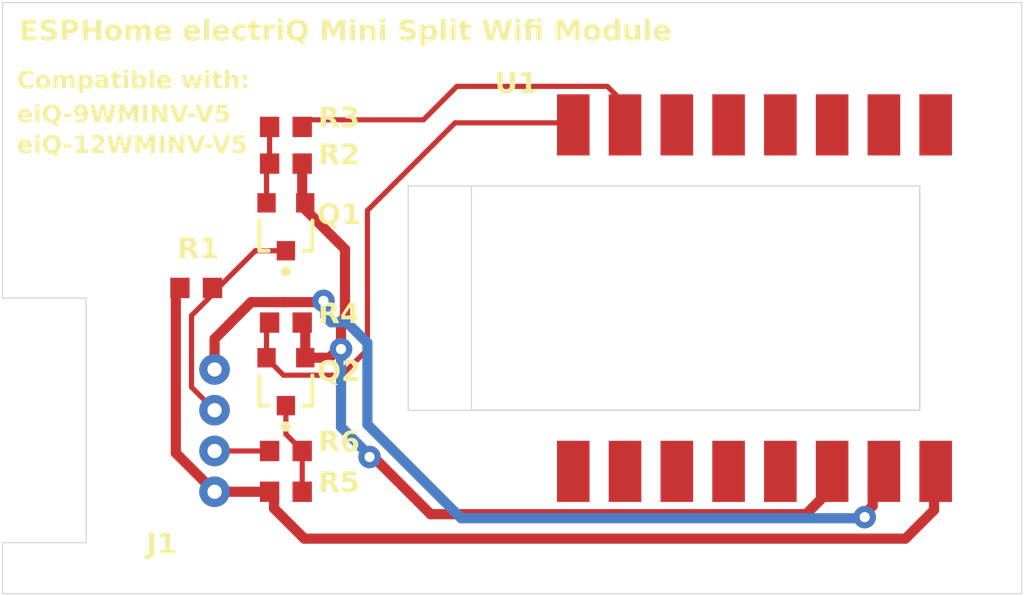
<source format=kicad_pcb>
(kicad_pcb (version 20241229) (generator "pcbnew") (generator_version "9.0")
  (layers (0 "F.Cu" signal "Top Layer") (2 "B.Cu" signal "Bottom Layer") (13 "F.Paste" user "Top Paste") (15 "B.Paste" user "Bottom Paste") (5 "F.SilkS" user "Top Overlay") (7 "B.SilkS" user "Bottom Overlay") (1 "F.Mask" user "Top Solder") (3 "B.Mask" user "Bottom Solder") (25 "Edge.Cuts" user))
  (net 0 "")
  (net 1 "RXD_3V3")
  (net 2 "TXD_3V3")
  (net 3 "NetQ2_1")
  (net 4 "NetQ1_2")
  (net 5 "TXD")
  (net 6 "RXD")
  (net 7 "VCC")
  (net 8 "GND")
  (net 9 "+5")
  (footprint "Espressif ESP32 Modules:ESP32-C3 SuperMini" (layer "F.Cu") (at 159.5011 105.0036 -90)
    (property "Reference" "U1" (at -10.48661 10.798615 0) (layer "F.SilkS") (effects (font (thickness 0.254) (bold yes))))
    (property "Value" "ESP32-C3 SuperMini" (hide yes))
    (pad "1" smd rect (at -8.5 -9.78 270) (size 3 1.6) (layers "F.Cu" "F.Mask" "F.Paste"))
    (pad "2" smd rect (at -8.5 -7.24 270) (size 3 1.6) (layers "F.Cu" "F.Mask" "F.Paste"))
    (pad "3" smd rect (at -8.5 -4.7 270) (size 3 1.6) (layers "F.Cu" "F.Mask" "F.Paste"))
    (pad "4" smd rect (at -8.5 -2.16 270) (size 3 1.6) (layers "F.Cu" "F.Mask" "F.Paste"))
    (pad "5" smd rect (at -8.5 0.38 270) (size 3 1.6) (layers "F.Cu" "F.Mask" "F.Paste"))
    (pad "6" smd rect (at -8.5 2.92 270) (size 3 1.6) (layers "F.Cu" "F.Mask" "F.Paste"))
    (pad "7" smd rect (at -8.5 5.46 270) (size 3 1.6) (layers "F.Cu" "F.Mask" "F.Paste") (net 1 "RXD_3V3"))
    (pad "8" smd rect (at -8.5 8 270) (size 3 1.6) (layers "F.Cu" "F.Mask" "F.Paste") (net 2 "TXD_3V3"))
    (pad "9" smd rect (at 8.5 8 270) (size 3 1.6) (layers "F.Cu" "F.Mask" "F.Paste"))
    (pad "10" smd rect (at 8.5 5.46 270) (size 3 1.6) (layers "F.Cu" "F.Mask" "F.Paste"))
    (pad "11" smd rect (at 8.5 2.92 270) (size 3 1.6) (layers "F.Cu" "F.Mask" "F.Paste"))
    (pad "12" smd rect (at 8.5 0.38 270) (size 3 1.6) (layers "F.Cu" "F.Mask" "F.Paste"))
    (pad "13" smd rect (at 8.5 -2.16 270) (size 3 1.6) (layers "F.Cu" "F.Mask" "F.Paste"))
    (pad "14" smd rect (at 8.5 -4.7 270) (size 3 1.6) (layers "F.Cu" "F.Mask" "F.Paste") (net 7 "VCC"))
    (pad "15" smd rect (at 8.5 -7.24 270) (size 3 1.6) (layers "F.Cu" "F.Mask" "F.Paste") (net 8 "GND"))
    (pad "16" smd rect (at 8.5 -9.78 270) (size 3 1.6) (layers "F.Cu" "F.Mask" "F.Paste") (net 9 "+5"))
  )
  (footprint "Panasonic Resistor:ERA-0603" (layer "F.Cu") (at 133.0011 104.5036 180)
    (property "Reference" "R1" (at -0.101385 1.8776 0) (layer "F.SilkS") (effects (font (thickness 0.254) (bold yes))))
    (property "Value" "10k" (hide yes))
    (pad "1" smd rect (at -0.8 0 270) (size 1 0.95) (layers "F.Cu" "F.Mask" "F.Paste") (net 6 "RXD"))
    (pad "2" smd rect (at 0.8 0 270) (size 1 0.95) (layers "F.Cu" "F.Mask" "F.Paste") (net 9 "+5"))
  )
  (footprint "Panasonic Resistor:ERA-0603" (layer "F.Cu") (at 137.4011 114.5036 180)
    (property "Reference" "R5" (at -2.60139 0.3984 0) (layer "F.SilkS") (effects (font (thickness 0.254) (bold yes))))
    (property "Value" "10k" (hide yes))
    (pad "1" smd rect (at -0.8 0 270) (size 1 0.95) (layers "F.Cu" "F.Mask" "F.Paste") (net 3 "NetQ2_1"))
    (pad "2" smd rect (at 0.8 0 270) (size 1 0.95) (layers "F.Cu" "F.Mask" "F.Paste") (net 9 "+5"))
  )
  (footprint "Panasonic Resistor:ERA-0603" (layer "F.Cu") (at 137.4011 98.4036)
    (property "Reference" "R2" (at 2.60139 -0.38037 0) (layer "F.SilkS") (effects (font (thickness 0.254) (bold yes))))
    (property "Value" "10k" (hide yes))
    (pad "1" smd rect (at -0.8 0 90) (size 1 0.95) (layers "F.Cu" "F.Mask" "F.Paste") (net 4 "NetQ1_2"))
    (pad "2" smd rect (at 0.8 0 90) (size 1 0.95) (layers "F.Cu" "F.Mask" "F.Paste") (net 7 "VCC"))
  )
  (footprint "Panasonic Resistor:ERA-0603" (layer "F.Cu") (at 137.4011 96.6036)
    (property "Reference" "R3" (at 2.60139 -0.38939 0) (layer "F.SilkS") (effects (font (thickness 0.254) (bold yes))))
    (property "Value" "100R" (hide yes))
    (pad "1" smd rect (at -0.8 0 90) (size 1 0.95) (layers "F.Cu" "F.Mask" "F.Paste") (net 4 "NetQ1_2"))
    (pad "2" smd rect (at 0.8 0 90) (size 1 0.95) (layers "F.Cu" "F.Mask" "F.Paste") (net 1 "RXD_3V3"))
  )
  (footprint "Zetex Discrete MOSFET:SOT23" (layer "F.Cu") (at 137.4011 109.1036 180)
    (property "Reference" "Q2" (at -2.6 0.4511 0) (layer "F.SilkS") (effects (font (thickness 0.254) (bold yes))))
    (property "Value" "BSS138" (hide yes))
    (fp_line (start 1.29999 -1.175) (end 1.29999 0.3) (stroke (width 0.2)) (layer "F.SilkS"))
    (fp_line (start 1.29999 -1.175) (end 0.85 -1.175) (stroke (width 0.2)) (layer "F.SilkS"))
    (fp_line (start -0.85001 -1.175) (end -1.30001 -1.175) (stroke (width 0.2)) (layer "F.SilkS"))
    (fp_line (start -1.30001 -1.175) (end -1.30001 0.3) (stroke (width 0.2)) (layer "F.SilkS"))
    (fp_circle (center -0.00001 -2.2) (end -0.00001 -2.075) (stroke (width 0.25)) (fill no) (layer "F.SilkS"))
    (pad "1" smd rect (at -0.00001 -1.175 180) (size 0.9 0.95) (layers "F.Cu" "F.Mask" "F.Paste") (net 3 "NetQ2_1"))
    (pad "2" smd rect (at 0.95001 1.17501 180) (size 0.9 0.95001) (layers "F.Cu" "F.Mask" "F.Paste") (net 2 "TXD_3V3"))
    (pad "3" smd rect (at -0.95001 1.175 180) (size 0.9 0.95) (layers "F.Cu" "F.Mask" "F.Paste") (net 7 "VCC"))
  )
  (footprint "JST Wire to Board Connectors:s4b-ph-k-s" (layer "F.Cu") (at 133.9011 111.5036 -90)
    (property "Reference" "J1" (at 5.61338 2.6 0) (layer "F.SilkS") (effects (font (thickness 0.254) (bold yes))))
    (property "Value" "S4B-PH-K-S" (hide yes))
    (pad "1" thru_hole circle (at -3 0 270) (size 1.5 1.5) (drill 0.7) (layers "*.Cu" "*.Mask") (net 8 "GND"))
    (pad "2" thru_hole circle (at -1 0 270) (size 1.5 1.5) (drill 0.7) (layers "*.Cu" "*.Mask") (net 6 "RXD"))
    (pad "3" thru_hole circle (at 1 0 270) (size 1.5 1.5) (drill 0.7) (layers "*.Cu" "*.Mask") (net 5 "TXD"))
    (pad "4" thru_hole circle (at 3 0 270) (size 1.5 1.5) (drill 0.7) (layers "*.Cu" "*.Mask") (net 9 "+5"))
  )
  (footprint "Zetex Discrete MOSFET:SOT23" (layer "F.Cu") (at 137.4011 101.5036 180)
    (property "Reference" "Q1" (at -2.599995 0.54833 0) (layer "F.SilkS") (effects (font (thickness 0.254) (bold yes))))
    (property "Value" "BSS138" (hide yes))
    (fp_line (start 1.29999 -1.175) (end 1.29999 0.3) (stroke (width 0.2)) (layer "F.SilkS"))
    (fp_line (start 1.29999 -1.175) (end 0.85 -1.175) (stroke (width 0.2)) (layer "F.SilkS"))
    (fp_line (start -0.85001 -1.175) (end -1.30001 -1.175) (stroke (width 0.2)) (layer "F.SilkS"))
    (fp_line (start -1.30001 -1.175) (end -1.30001 0.3) (stroke (width 0.2)) (layer "F.SilkS"))
    (fp_circle (center -0.00001 -2.2) (end -0.00001 -2.075) (stroke (width 0.25)) (fill no) (layer "F.SilkS"))
    (pad "1" smd rect (at -0.00001 -1.175 180) (size 0.9 0.95) (layers "F.Cu" "F.Mask" "F.Paste") (net 6 "RXD"))
    (pad "2" smd rect (at 0.95001 1.175 180) (size 0.9 0.95001) (layers "F.Cu" "F.Mask" "F.Paste") (net 4 "NetQ1_2"))
    (pad "3" smd rect (at -0.95001 1.175 180) (size 0.9 0.95) (layers "F.Cu" "F.Mask" "F.Paste") (net 7 "VCC"))
  )
  (footprint "Panasonic Resistor:ERA-0603" (layer "F.Cu") (at 137.4011 106.2036)
    (property "Reference" "R4" (at 2.601385 -0.38939 0) (layer "F.SilkS") (effects (font (thickness 0.254) (bold yes))))
    (property "Value" "10k" (hide yes))
    (pad "1" smd rect (at -0.8 0 90) (size 1 0.95) (layers "F.Cu" "F.Mask" "F.Paste") (net 2 "TXD_3V3"))
    (pad "2" smd rect (at 0.8 0 90) (size 1 0.95) (layers "F.Cu" "F.Mask" "F.Paste") (net 7 "VCC"))
  )
  (footprint "Panasonic Resistor:ERA-0603" (layer "F.Cu") (at 137.4011 112.5036)
    (property "Reference" "R6" (at 2.60139 -0.38939 0) (layer "F.SilkS") (effects (font (thickness 0.254) (bold yes))))
    (property "Value" "100R" (hide yes))
    (pad "1" smd rect (at -0.8 0 90) (size 1 0.95) (layers "F.Cu" "F.Mask" "F.Paste") (net 5 "TXD"))
    (pad "2" smd rect (at 0.8 0 90) (size 1 0.95) (layers "F.Cu" "F.Mask" "F.Paste") (net 3 "NetQ2_1"))
  )
  (gr_line (start 168.5011 110.5036) (end 146.5011 110.5036) (stroke (width 0.05)) (layer "Edge.Cuts"))
  (gr_line (start 146.5011 110.5036) (end 146.5011 99.5036) (stroke (width 0.05)) (layer "Edge.Cuts"))
  (gr_line (start 146.5011 99.5036) (end 168.5011 99.5036) (stroke (width 0.05)) (layer "Edge.Cuts"))
  (gr_line (start 168.5011 110.5036) (end 143.4011 110.5036) (stroke (width 0.05)) (layer "Edge.Cuts"))
  (gr_line (start 127.6011 105.0036) (end 123.5011 105.0036) (stroke (width 0.05)) (layer "Edge.Cuts"))
  (gr_line (start 168.5011 99.5036) (end 168.5011 110.5036) (stroke (width 0.05)) (layer "Edge.Cuts"))
  (gr_line (start 173.5011 90.5036) (end 173.5011 119.5036) (stroke (width 0.05)) (layer "Edge.Cuts"))
  (gr_line (start 127.6011 117.0036) (end 127.6011 105.0036) (stroke (width 0.05)) (layer "Edge.Cuts"))
  (gr_line (start 173.5011 119.5036) (end 123.5011 119.5036) (stroke (width 0.05)) (layer "Edge.Cuts"))
  (gr_line (start 123.5011 117.0036) (end 127.6011 117.0036) (stroke (width 0.05)) (layer "Edge.Cuts"))
  (gr_line (start 143.4011 110.5036) (end 143.4011 99.5036) (stroke (width 0.05)) (layer "Edge.Cuts"))
  (gr_line (start 123.5011 105.0036) (end 123.5011 90.5036) (stroke (width 0.05)) (layer "Edge.Cuts"))
  (gr_line (start 123.5011 119.5036) (end 123.5011 117.0036) (stroke (width 0.05)) (layer "Edge.Cuts"))
  (gr_line (start 123.5011 90.5036) (end 173.5011 90.5036) (stroke (width 0.05)) (layer "Edge.Cuts"))
  (gr_line (start 168.5011 99.5036) (end 168.5011 110.5036) (stroke (width 0.05)) (layer "Edge.Cuts"))
  (gr_line (start 143.4011 99.5036) (end 168.5011 99.5036) (stroke (width 0.05)) (layer "Edge.Cuts"))
  (gr_text "ESPHome electriQ Mini Split Wifi Module" (at 124.30249 92.52828 0) (layer "F.SilkS") (effects (font (size 1 1) (thickness 0.254) (bold yes)) (justify left bottom)))
  (gr_text "Compatible with:" (at 124.2011 94.85464 0) (layer "F.SilkS") (effects (font (size 0.85 0.85) (thickness 0.254) (bold yes)) (justify left bottom)))
  (gr_text "eiQ-9WMINV-V5" (at 124.2011 96.52789 0) (layer "F.SilkS") (effects (font (size 0.85 0.85) (thickness 0.254) (bold yes)) (justify left bottom)))
  (gr_text "eiQ-12WMINV-V5" (at 124.2011 98.02789 0) (layer "F.SilkS") (effects (font (size 0.85 0.85) (thickness 0.254) (bold yes)) (justify left bottom)))
  (segment (start 137.9011 96.6036) (end 137.9011 96.60338) (width 0.254) (layer "F.Cu") (net 1))
  (segment (start 145.79172 94.61298) (end 153.17048 94.61298) (width 0.254) (layer "F.Cu") (net 1))
  (segment (start 137.9011 96.60338) (end 138.2491 96.25538) (width 0.254) (layer "F.Cu") (net 1))
  (segment (start 153.17048 94.61298) (end 154.2611 95.7036) (width 0.254) (layer "F.Cu") (net 1))
  (segment (start 138.2491 96.25538) (end 144.14932 96.25538) (width 0.254) (layer "F.Cu") (net 1))
  (segment (start 144.14932 96.25538) (end 145.79172 94.61298) (width 0.254) (layer "F.Cu") (net 1))
  (segment (start 154.2611 96.4036) (end 154.2611 95.7036) (width 0.254) (layer "F.Cu") (net 1))
  (segment (start 141.4011 107.5257) (end 141.4011 100.7036) (width 0.254) (layer "F.Cu") (net 2))
  (segment (start 137.2821 108.7846) (end 140.1422 108.7846) (width 0.254) (layer "F.Cu") (net 2))
  (segment (start 140.1422 108.7846) (end 141.4011 107.5257) (width 0.254) (layer "F.Cu") (net 2))
  (segment (start 136.45109 107.9536) (end 137.2821 108.7846) (width 0.254) (layer "F.Cu") (net 2))
  (segment (start 136.45109 107.9536) (end 136.45109 107.92859) (width 0.254) (layer "F.Cu") (net 2))
  (segment (start 145.7011 96.4036) (end 151.7211 96.4036) (width 0.254) (layer "F.Cu") (net 2))
  (segment (start 136.45109 107.92859) (end 136.45109 106.3536) (width 0.254) (layer "F.Cu") (net 2))
  (segment (start 141.4011 100.7036) (end 145.7011 96.4036) (width 0.254) (layer "F.Cu") (net 2))
  (segment (start 138.2011 114.5036) (end 138.2011 112.5036) (width 0.254) (layer "F.Cu") (net 3))
  (segment (start 137.40111 111.6786) (end 137.40111 110.2786) (width 0.254) (layer "F.Cu") (net 3))
  (segment (start 138.2011 112.5036) (end 138.2011 112.4786) (width 0.254) (layer "F.Cu") (net 3))
  (segment (start 137.40111 111.6786) (end 138.2011 112.4786) (width 0.254) (layer "F.Cu") (net 3))
  (segment (start 136.45109 98.5536) (end 136.6011 98.4036) (width 0.254) (layer "F.Cu") (net 4))
  (segment (start 136.45109 100.3286) (end 136.45109 98.5536) (width 0.254) (layer "F.Cu") (net 4))
  (segment (start 136.6011 98.4036) (end 136.6011 96.6036) (width 0.254) (layer "F.Cu") (net 4))
  (segment (start 133.9011 112.5036) (end 136.6011 112.5036) (width 0.254) (layer "F.Cu") (net 5))
  (segment (start 136.6011 112.5036) (end 136.6011 112.5036) (width 0.254) (layer "F.Cu") (net 5))
  (segment (start 132.7701 105.8596) (end 133.8011 104.8286) (width 0.254) (layer "F.Cu") (net 6))
  (segment (start 135.90109 102.6786) (end 137.10111 102.6786) (width 0.254) (layer "F.Cu") (net 6))
  (segment (start 133.8011 104.8286) (end 133.8011 104.7786) (width 0.254) (layer "F.Cu") (net 6))
  (segment (start 132.7701 109.3726) (end 132.7701 105.8596) (width 0.254) (layer "F.Cu") (net 6))
  (segment (start 133.8011 104.7786) (end 135.90109 102.6786) (width 0.254) (layer "F.Cu") (net 6))
  (segment (start 133.8011 104.8036) (end 133.8011 104.7786) (width 0.254) (layer "F.Cu") (net 6))
  (segment (start 132.7701 109.3726) (end 133.9011 110.5036) (width 0.254) (layer "F.Cu") (net 6))
  (segment (start 139.53575 107.9286) (end 139.96 107.50436) (width 0.5) (layer "F.Cu") (net 7))
  (segment (start 164.4211 114.1036) (end 164.4211 113.4036) (width 0.5) (layer "F.Cu") (net 7))
  (segment (start 138.2011 100.1786) (end 138.35111 100.3286) (width 0.5) (layer "F.Cu") (net 7))
  (segment (start 138.35111 107.9286) (end 139.53575 107.9286) (width 0.5) (layer "F.Cu") (net 7))
  (segment (start 140.10581 107.50436) (end 140.10581 106.14964) (width 0.5) (layer "F.Cu") (net 7))
  (segment (start 144.5011 115.6036) (end 162.9211 115.6036) (width 0.5) (layer "F.Cu") (net 7))
  (segment (start 140.10581 106.14964) (end 140.3011 105.95435) (width 0.5) (layer "F.Cu") (net 7))
  (segment (start 141.69639 112.79889) (end 144.5011 115.6036) (width 0.5) (layer "F.Cu") (net 7))
  (segment (start 138.2011 100.1786) (end 138.2011 98.4036) (width 0.5) (layer "F.Cu") (net 7))
  (segment (start 162.9211 115.6036) (end 164.4211 114.1036) (width 0.5) (layer "F.Cu") (net 7))
  (segment (start 138.18861 100.4911) (end 140.3011 102.6036) (width 0.5) (layer "F.Cu") (net 7))
  (segment (start 140.3011 105.95435) (end 140.3011 102.6036) (width 0.5) (layer "F.Cu") (net 7))
  (segment (start 138.35111 107.9286) (end 138.35111 106.3536) (width 0.5) (layer "F.Cu") (net 7))
  (segment (start 139.96 107.50436) (end 140.10581 107.50436) (width 0.5) (layer "F.Cu") (net 7))
  (segment (start 141.50581 112.79889) (end 141.69639 112.79889) (width 0.254) (layer "F.Cu") (net 7))
  (via (at 141.50581 112.79889) (size 1.1) (drill 0.5) (layers "F.Cu" "B.Cu") (net 7))
  (via (at 140.10581 107.50436) (size 1.1) (drill 0.5) (layers "F.Cu" "B.Cu") (net 7))
  (segment (start 141.50581 112.79889) (end 141.50581 112.72494) (width 0.254) (layer "B.Cu") (net 7))
  (segment (start 140.10581 111.32494) (end 141.50581 112.72494) (width 0.5) (layer "B.Cu") (net 7))
  (segment (start 140.10581 111.32494) (end 140.10581 107.50436) (width 0.5) (layer "B.Cu") (net 7))
  (segment (start 133.9011 107.0036) (end 134.6011 106.3036) (width 0.5) (layer "F.Cu") (net 8))
  (segment (start 165.8011 115.58724) (end 166.1911 115.19724) (width 0.5) (layer "F.Cu") (net 8))
  (segment (start 166.1911 114.1736) (end 166.8011 113.5636) (width 0.5) (layer "F.Cu") (net 8))
  (segment (start 166.1911 115.19724) (end 166.1911 114.1736) (width 0.5) (layer "F.Cu") (net 8))
  (segment (start 137.28487 105.1996) (end 139.18507 105.1996) (width 0.5) (layer "F.Cu") (net 8))
  (segment (start 134.6011 106.3036) (end 134.6011 106.29649) (width 0.5) (layer "F.Cu") (net 8))
  (segment (start 133.9011 108.5036) (end 133.9011 107.0036) (width 0.5) (layer "F.Cu") (net 8))
  (segment (start 139.18507 105.1996) (end 139.2471 105.13757) (width 0.5) (layer "F.Cu") (net 8))
  (segment (start 137.28486 105.19959) (end 137.28487 105.1996) (width 0.5) (layer "F.Cu") (net 8))
  (segment (start 135.698 105.19959) (end 137.28486 105.19959) (width 0.5) (layer "F.Cu") (net 8))
  (segment (start 165.8011 115.7496) (end 165.8011 115.58724) (width 0.5) (layer "F.Cu") (net 8))
  (segment (start 134.6011 106.29649) (end 135.698 105.19959) (width 0.5) (layer "F.Cu") (net 8))
  (via (at 139.2471 105.13757) (size 1.1) (drill 0.5) (layers "F.Cu" "B.Cu") (net 8))
  (via (at 165.8011 115.7496) (size 1.1) (drill 0.5) (layers "F.Cu" "B.Cu") (net 8))
  (segment (start 140.3863 106.1888) (end 141.4011 107.2036) (width 0.5) (layer "B.Cu") (net 8))
  (segment (start 139.2471 105.13757) (end 139.32724 105.21772) (width 0.5) (layer "B.Cu") (net 8))
  (segment (start 139.32724 105.8959) (end 139.62014 106.1888) (width 0.5) (layer "B.Cu") (net 8))
  (segment (start 146.0011 115.8036) (end 165.7471 115.8036) (width 0.5) (layer "B.Cu") (net 8))
  (segment (start 141.4011 111.2036) (end 146.0011 115.8036) (width 0.5) (layer "B.Cu") (net 8))
  (segment (start 139.62014 106.1888) (end 140.3863 106.1888) (width 0.5) (layer "B.Cu") (net 8))
  (segment (start 165.7471 115.8036) (end 165.8011 115.7496) (width 0.5) (layer "B.Cu") (net 8))
  (segment (start 139.32724 105.8959) (end 139.32724 105.21772) (width 0.5) (layer "B.Cu") (net 8))
  (segment (start 141.4011 111.2036) (end 141.4011 107.2036) (width 0.5) (layer "B.Cu") (net 8))
  (segment (start 167.8011 116.8036) (end 169.2011 115.4036) (width 0.5) (layer "F.Cu") (net 9))
  (segment (start 132.0011 104.7036) (end 132.2011 104.5036) (width 0.5) (layer "F.Cu") (net 9))
  (segment (start 169.5011 114.1036) (end 169.5011 113.4036) (width 0.5) (layer "F.Cu") (net 9))
  (segment (start 132.0011 112.6036) (end 132.0011 104.7036) (width 0.5) (layer "F.Cu") (net 9))
  (segment (start 132.0011 112.6036) (end 133.9011 114.5036) (width 0.5) (layer "F.Cu") (net 9))
  (segment (start 169.2011 115.4036) (end 169.2011 114.4036) (width 0.5) (layer "F.Cu") (net 9))
  (segment (start 136.81893 115.32143) (end 138.3011 116.8036) (width 0.5) (layer "F.Cu") (net 9))
  (segment (start 136.6011 114.5286) (end 136.81893 114.74643) (width 0.5) (layer "F.Cu") (net 9))
  (segment (start 169.2011 114.4036) (end 169.5011 114.1036) (width 0.5) (layer "F.Cu") (net 9))
  (segment (start 136.81893 115.32143) (end 136.81893 114.74643) (width 0.5) (layer "F.Cu") (net 9))
  (segment (start 133.9011 114.5036) (end 136.6011 114.5036) (width 0.5) (layer "F.Cu") (net 9))
  (segment (start 138.3011 116.8036) (end 167.8011 116.8036) (width 0.5) (layer "F.Cu") (net 9))
)
</source>
